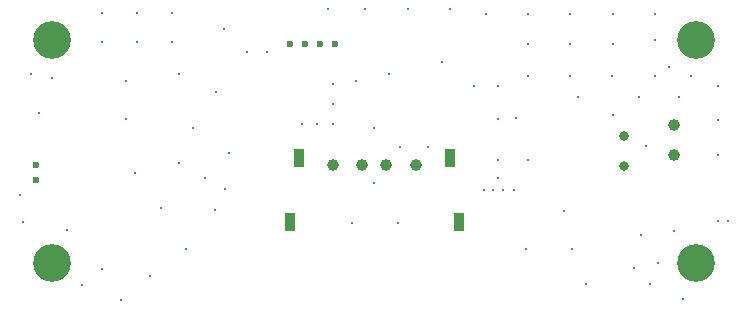
<source format=gbr>
%TF.GenerationSoftware,Altium Limited,Altium Designer,20.2.4 (192)*%
G04 Layer_Color=0*
%FSLAX26Y26*%
%MOIN*%
%TF.SameCoordinates,B9E39A9B-80F5-448B-9931-E6C99B6DF629*%
%TF.FilePolarity,Positive*%
%TF.FileFunction,Plated,1,2,PTH,Drill*%
%TF.Part,Single*%
G01*
G75*
%TA.AperFunction,ComponentDrill*%
%ADD98C,0.031496*%
%TA.AperFunction,OtherDrill,Pad Free-H (157.48mil,901.575mil)*%
%ADD99C,0.125984*%
%TA.AperFunction,ComponentDrill*%
%ADD100R,0.035433X0.059055*%
%ADD101C,0.039370*%
%ADD102C,0.023622*%
%ADD103C,0.023622*%
%ADD104C,0.039370*%
%TA.AperFunction,OtherDrill,Pad Free-H (2303.15mil,901.575mil)*%
%ADD105C,0.125984*%
%TA.AperFunction,OtherDrill,Pad Free-H (2303.15mil,157.48mil)*%
%ADD106C,0.125984*%
%TA.AperFunction,OtherDrill,Pad Free-H (157.48mil,157.48mil)*%
%ADD107C,0.125984*%
%TA.AperFunction,ViaDrill,NotFilled*%
%ADD108C,0.011811*%
D98*
X2062008Y479528D02*
D03*
Y579528D02*
D03*
D99*
X157480Y901575D02*
D03*
D100*
X948819Y293307D02*
D03*
X1511811D02*
D03*
X1482284Y508268D02*
D03*
X978346D02*
D03*
D101*
X1368110Y483071D02*
D03*
X1269685D02*
D03*
X1190945D02*
D03*
X1092520D02*
D03*
D102*
X102362Y435630D02*
D03*
Y485630D02*
D03*
D103*
X948622Y888779D02*
D03*
X998622D02*
D03*
X1048622D02*
D03*
X1098622D02*
D03*
D104*
X2230314Y517913D02*
D03*
Y617913D02*
D03*
D105*
X2303150Y901575D02*
D03*
D106*
Y157480D02*
D03*
D107*
X157480D02*
D03*
D108*
X1410627Y542508D02*
D03*
X1316378D02*
D03*
X1341435Y1003937D02*
D03*
X1481791D02*
D03*
X1201078D02*
D03*
X1076471D02*
D03*
X874409Y862276D02*
D03*
X807087Y860443D02*
D03*
X729901Y937008D02*
D03*
X748032Y524221D02*
D03*
X1742290Y500991D02*
D03*
X1644685Y638563D02*
D03*
Y748032D02*
D03*
X1563581D02*
D03*
X1603928Y988189D02*
D03*
X1039405Y621335D02*
D03*
X989368D02*
D03*
X1092520Y687992D02*
D03*
Y752953D02*
D03*
X579461Y787402D02*
D03*
X401575Y763779D02*
D03*
X322835Y137795D02*
D03*
X207360Y268102D02*
D03*
X627061Y606647D02*
D03*
X555714Y991119D02*
D03*
Y892923D02*
D03*
X439274D02*
D03*
Y991119D02*
D03*
X1884641Y888779D02*
D03*
X1882646Y779528D02*
D03*
X1884641Y988189D02*
D03*
X1742290Y779528D02*
D03*
X1744284Y888779D02*
D03*
Y988189D02*
D03*
X2024998Y651618D02*
D03*
X2114547Y711244D02*
D03*
X2165354Y988189D02*
D03*
Y779528D02*
D03*
X2023003D02*
D03*
X2024998Y888779D02*
D03*
X1909165Y711244D02*
D03*
X2245276D02*
D03*
X2024998Y988189D02*
D03*
X2165354Y899618D02*
D03*
X2214567Y811024D02*
D03*
X2287402Y779528D02*
D03*
X2377953Y748032D02*
D03*
Y634374D02*
D03*
Y517913D02*
D03*
X2137795Y545774D02*
D03*
X2096457Y140837D02*
D03*
X1937008Y86614D02*
D03*
X1864173Y330806D02*
D03*
X2230314Y262676D02*
D03*
X2177165Y158465D02*
D03*
X2260433Y36687D02*
D03*
X1644685Y500991D02*
D03*
Y441606D02*
D03*
X1456693Y826968D02*
D03*
X1279004Y787402D02*
D03*
X1230315Y606647D02*
D03*
X1092520Y621335D02*
D03*
X1169291Y763779D02*
D03*
X701575Y726366D02*
D03*
X602362Y204724D02*
D03*
X387340Y34449D02*
D03*
X255905Y82425D02*
D03*
X59055Y293898D02*
D03*
X114173Y657480D02*
D03*
X401575Y637795D02*
D03*
X322835Y991119D02*
D03*
Y892923D02*
D03*
X157480Y775122D02*
D03*
X87205Y788667D02*
D03*
X579461Y490752D02*
D03*
X48307Y385441D02*
D03*
X431594Y457349D02*
D03*
X1595666Y399106D02*
D03*
X518307Y340354D02*
D03*
X484252Y114173D02*
D03*
X667150Y441606D02*
D03*
X698819Y332480D02*
D03*
X1702756Y641732D02*
D03*
X732480Y405512D02*
D03*
X2377953Y297244D02*
D03*
X2409449D02*
D03*
X1230473Y423228D02*
D03*
X1308071Y292165D02*
D03*
X1157480Y291339D02*
D03*
X1694882Y399028D02*
D03*
X1659449D02*
D03*
X1627953Y399106D02*
D03*
X1737205Y204724D02*
D03*
X1889764D02*
D03*
X2149606Y86614D02*
D03*
X2118110Y251969D02*
D03*
%TF.MD5,4a9efd935a29a06a5e8911a0481e9321*%
M02*

</source>
